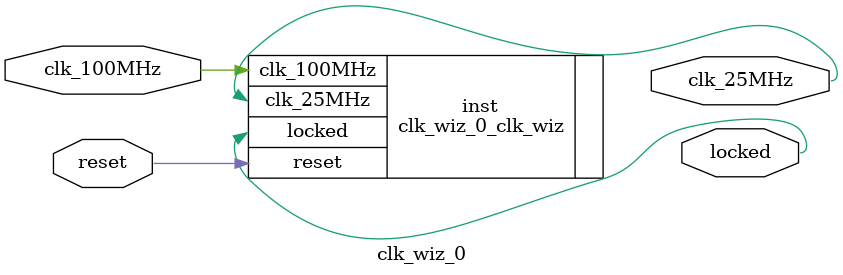
<source format=v>


`timescale 1ps/1ps

(* CORE_GENERATION_INFO = "clk_wiz_0,clk_wiz_v6_0_5_0_0,{component_name=clk_wiz_0,use_phase_alignment=true,use_min_o_jitter=false,use_max_i_jitter=false,use_dyn_phase_shift=false,use_inclk_switchover=false,use_dyn_reconfig=false,enable_axi=0,feedback_source=FDBK_AUTO,PRIMITIVE=PLL,num_out_clk=1,clkin1_period=10.000,clkin2_period=10.000,use_power_down=false,use_reset=true,use_locked=true,use_inclk_stopped=false,feedback_type=SINGLE,CLOCK_MGR_TYPE=NA,manual_override=false}" *)

module clk_wiz_0 
 (
  // Clock out ports
  output        clk_25MHz,
  // Status and control signals
  input         reset,
  output        locked,
 // Clock in ports
  input         clk_100MHz
 );

  clk_wiz_0_clk_wiz inst
  (
  // Clock out ports  
  .clk_25MHz(clk_25MHz),
  // Status and control signals               
  .reset(reset), 
  .locked(locked),
 // Clock in ports
  .clk_100MHz(clk_100MHz)
  );

endmodule

</source>
